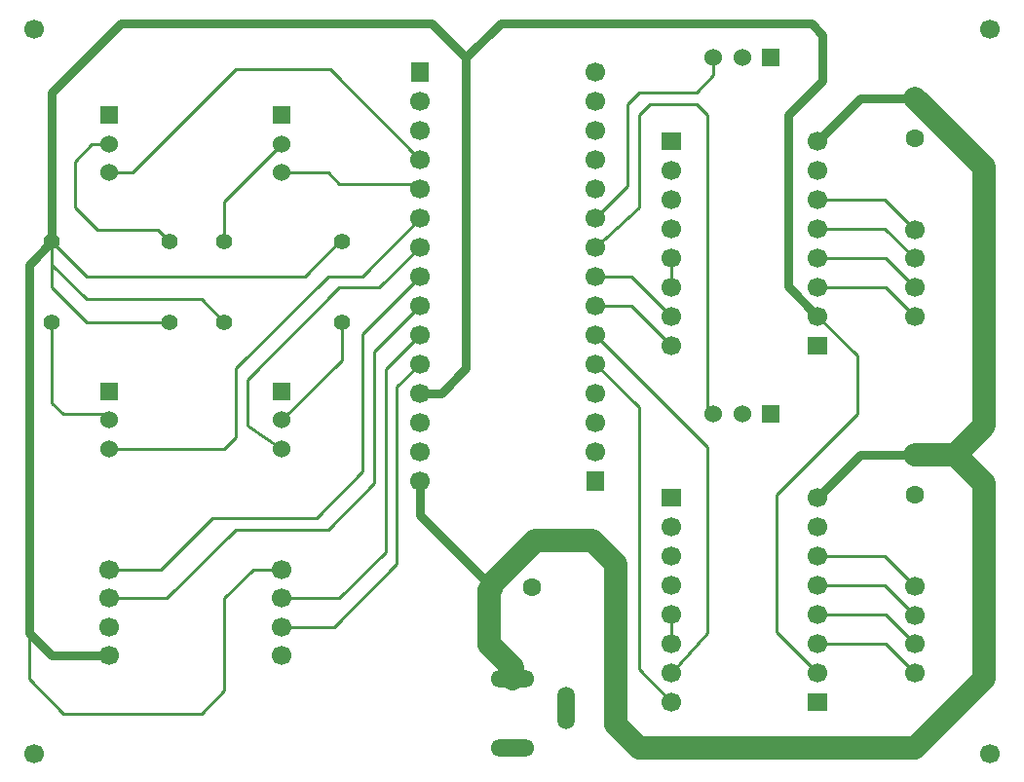
<source format=gtl>
G04 Layer: TopLayer*
G04 EasyEDA v6.5.42, 2024-04-20 17:29:38*
G04 88c8a89ba0d84e72ac533820636c5c94,79741c9dc20a42bbb4667d943d95035a,10*
G04 Gerber Generator version 0.2*
G04 Scale: 100 percent, Rotated: No, Reflected: No *
G04 Dimensions in inches *
G04 leading zeros omitted , absolute positions ,3 integer and 6 decimal *
%FSLAX36Y36*%
%MOIN*%

%ADD10C,0.0300*%
%ADD11C,0.0100*%
%ADD12C,0.0800*%
%ADD13R,0.0600X0.0600*%
%ADD14C,0.0600*%
%ADD15C,0.0630*%
%ADD16C,0.0669*%
%ADD17O,0.059054999999999996X0.145669*%
%ADD18O,0.149606X0.059054999999999996*%
%ADD19R,0.0669X0.0620*%
%ADD20R,0.0620X0.0669*%
%ADD21C,0.0551*%
%ADD22C,0.0184*%

%LPD*%
D10*
X1456700Y1371700D02*
G01*
X1529099Y1371700D01*
X1614200Y1456700D01*
X1614200Y2519699D01*
X1732299Y2637800D01*
X2795299Y2637800D01*
X2834600Y2598400D01*
X2834600Y2440900D01*
X2716499Y2322800D01*
X2716499Y1736100D01*
X2817200Y1635399D01*
D11*
X2056700Y1971700D02*
G01*
X2165399Y2080300D01*
X2165399Y2362199D01*
X2204700Y2401599D01*
X2401899Y2401599D01*
X2460799Y2460999D01*
X2460600Y2519699D01*
X118099Y551199D02*
G01*
X118099Y393699D01*
X236199Y275599D01*
X708699Y275599D01*
X787399Y354299D01*
X787399Y669299D01*
X885799Y767699D01*
X984200Y767699D01*
X2817200Y1635399D02*
G01*
X2952700Y1499899D01*
X2952700Y1299200D01*
X2677200Y1023600D01*
X2677200Y555000D01*
X2817200Y415000D01*
D10*
X3149600Y1161419D02*
G01*
X2963699Y1161419D01*
X2817240Y1014960D01*
D12*
X1702700Y708699D02*
G01*
X1702700Y718499D01*
X1850399Y866100D01*
X2047200Y866100D01*
X2126000Y787399D01*
X2126000Y236199D01*
X2204700Y157500D01*
X3149600Y157500D01*
X3385799Y393699D01*
X3385799Y1063000D01*
X3287399Y1161399D01*
X3149600Y1161399D01*
X3291000Y1160999D02*
G01*
X3385820Y1259839D01*
X3385799Y2145700D01*
X3149600Y2381900D01*
D10*
X196849Y1889760D02*
G01*
X118110Y1811019D01*
X118110Y551179D01*
X196849Y472440D01*
X393699Y472440D01*
D11*
X2817240Y714960D02*
G01*
X3046450Y714960D01*
X3149600Y611810D01*
X1456700Y1771700D02*
G01*
X1259799Y1574800D01*
X1259799Y1102300D01*
X1102399Y944899D01*
X748000Y944899D01*
X570900Y767699D01*
X393699Y767699D01*
X984200Y669299D02*
G01*
X1181099Y669299D01*
X1338599Y826799D01*
X1338599Y1453499D01*
X1456700Y1571700D01*
X984200Y570900D02*
G01*
X1161499Y570900D01*
X1377899Y787300D01*
X1377899Y1392899D01*
X1456700Y1471700D01*
D10*
X1456689Y1071649D02*
G01*
X1456689Y954720D01*
X1702749Y708659D01*
D11*
X196900Y1889800D02*
G01*
X315000Y1771700D01*
X1063000Y1771700D01*
X1181099Y1889800D01*
X1188999Y1889800D01*
X196849Y1889760D02*
G01*
X196849Y1811019D01*
X314960Y1692910D01*
X708659Y1692910D01*
X787399Y1614169D01*
X196900Y1889800D02*
G01*
X196900Y1732300D01*
X315000Y1614200D01*
X598400Y1614200D01*
D10*
X1614200Y2519699D02*
G01*
X1496059Y2637790D01*
X433099Y2637800D01*
X196900Y2401599D01*
X196900Y1889800D01*
D11*
X196849Y1614169D02*
G01*
X196849Y1338580D01*
X236219Y1299209D01*
X374009Y1299209D01*
X393699Y1279520D01*
X393699Y2224400D02*
G01*
X334639Y2224400D01*
X275590Y2165349D01*
X275590Y2007869D01*
X354329Y1929130D01*
X559059Y1929130D01*
X598429Y1889760D01*
X984250Y2224400D02*
G01*
X787399Y2027550D01*
X787399Y1889760D01*
X984250Y1279520D02*
G01*
X1188980Y1484250D01*
X1188980Y1614169D01*
X984200Y1181100D02*
G01*
X866139Y1259839D01*
X866099Y1417300D01*
X1181099Y1732300D01*
X1317299Y1732300D01*
X1456700Y1871700D01*
X393699Y1181100D02*
G01*
X787399Y1181100D01*
X826800Y1220500D01*
X826800Y1456700D01*
X1141700Y1771700D01*
X1259799Y1771700D01*
X1456700Y1971700D01*
X393699Y2125979D02*
G01*
X472440Y2125979D01*
X826769Y2480309D01*
X1148029Y2480309D01*
X1456689Y2171649D01*
X984250Y2125979D02*
G01*
X1141729Y2125979D01*
X1181099Y2086610D01*
X1441729Y2086610D01*
X1456689Y2071649D01*
X393699Y669290D02*
G01*
X590549Y669290D01*
X826769Y905509D01*
X1141729Y905509D01*
X1299210Y1062989D01*
X1299210Y1514169D01*
X1456689Y1671649D01*
X2056689Y1471649D02*
G01*
X2204719Y1323620D01*
X2204719Y427480D01*
X2317240Y314960D01*
X2056689Y1571649D02*
G01*
X2440940Y1187399D01*
X2440940Y551179D01*
X2440940Y551179D01*
X2317240Y414960D01*
X2817240Y1735430D02*
G01*
X3049600Y1735430D01*
X3149600Y1635430D01*
X2817240Y1835430D02*
G01*
X3048040Y1835430D01*
X3149610Y1733859D01*
X2817240Y1935430D02*
G01*
X3046459Y1935430D01*
X3149610Y1832280D01*
X2817240Y2035430D02*
G01*
X3044889Y2035430D01*
X3149610Y1930709D01*
X2056700Y1871700D02*
G01*
X2204719Y2007869D01*
X2204719Y2007869D01*
X2204700Y2322800D01*
X2244099Y2362199D01*
X2401599Y2362199D01*
X2440900Y2322800D01*
X2440900Y1318899D01*
X2460600Y1299200D01*
X2317240Y1835430D02*
G01*
X2317240Y1735430D01*
X2056689Y1771649D02*
G01*
X2181019Y1771649D01*
X2317240Y1635430D01*
X2056689Y1671649D02*
G01*
X2181019Y1671649D01*
X2317240Y1535430D01*
X2817240Y514960D02*
G01*
X3049600Y514960D01*
X3149600Y414960D01*
X2817240Y614960D02*
G01*
X3048029Y614960D01*
X3149600Y513389D01*
X2817240Y814960D02*
G01*
X3044880Y814960D01*
X3149600Y710239D01*
D10*
X3149600Y2381889D02*
G01*
X2963699Y2381889D01*
X2817240Y2235430D01*
D12*
X1771649Y393690D02*
G01*
X1771649Y433069D01*
X1692910Y511810D01*
X1692910Y698820D01*
X1702749Y708659D01*
D11*
X2315668Y1652910D02*
G01*
X2317241Y1651334D01*
X2315663Y1552910D02*
G01*
X2317236Y1551334D01*
X2317240Y614960D02*
G01*
X2317240Y514960D01*
D13*
G01*
X984250Y2322829D03*
D14*
G01*
X984250Y2224400D03*
G01*
X984250Y2125979D03*
D13*
G01*
X393699Y1377950D03*
D14*
G01*
X393699Y1279520D03*
G01*
X393699Y1181100D03*
D13*
G01*
X984250Y1377950D03*
D14*
G01*
X984250Y1279520D03*
G01*
X984250Y1181100D03*
D15*
G01*
X1840550Y708659D03*
G01*
X1702749Y708659D03*
G01*
X3149600Y1023620D03*
G01*
X3149600Y1161419D03*
G01*
X3149600Y2244090D03*
G01*
X3149600Y2381889D03*
D16*
G01*
X393699Y472440D03*
G01*
X393699Y570869D03*
G01*
X393699Y669290D03*
G01*
X393699Y767719D03*
G01*
X984250Y472440D03*
G01*
X984250Y570869D03*
G01*
X984250Y669290D03*
G01*
X984250Y767719D03*
G01*
X3149600Y710239D03*
G01*
X3149600Y611810D03*
G01*
X3149600Y513389D03*
G01*
X3149600Y414960D03*
G01*
X3149610Y1930709D03*
G01*
X3149610Y1832280D03*
G01*
X3149610Y1733859D03*
G01*
X3149600Y1635430D03*
D17*
G01*
X1954750Y295289D03*
D18*
G01*
X1771649Y157489D03*
G01*
X1771649Y393690D03*
D16*
G01*
X2317240Y314960D03*
G01*
X2317240Y414960D03*
G01*
X2317240Y514960D03*
G01*
X2317240Y614960D03*
G01*
X2317240Y714960D03*
G01*
X2317240Y814960D03*
G01*
X2317240Y914960D03*
D19*
G01*
X2317240Y1014960D03*
D16*
G01*
X2817240Y1014960D03*
G01*
X2817240Y914960D03*
G01*
X2817240Y814960D03*
G01*
X2817240Y714960D03*
G01*
X2817240Y614960D03*
G01*
X2817240Y514960D03*
G01*
X2817240Y414960D03*
D19*
G01*
X2817240Y314960D03*
D13*
G01*
X2657479Y1299209D03*
D14*
G01*
X2559049Y1299209D03*
G01*
X2460630Y1299209D03*
D16*
G01*
X2317240Y1535430D03*
G01*
X2317240Y1635430D03*
G01*
X2317240Y1735430D03*
G01*
X2317240Y1835430D03*
G01*
X2317240Y1935430D03*
G01*
X2317240Y2035430D03*
G01*
X2317240Y2135430D03*
D19*
G01*
X2317240Y2235430D03*
D16*
G01*
X2817240Y2235430D03*
G01*
X2817240Y2135430D03*
G01*
X2817240Y2035430D03*
G01*
X2817240Y1935430D03*
G01*
X2817240Y1835430D03*
G01*
X2817240Y1735430D03*
G01*
X2817240Y1635430D03*
D19*
G01*
X2817240Y1535430D03*
D13*
G01*
X2657479Y2519679D03*
D14*
G01*
X2559049Y2519679D03*
G01*
X2460630Y2519679D03*
D13*
G01*
X393699Y2322829D03*
D14*
G01*
X393699Y2224400D03*
G01*
X393699Y2125979D03*
D16*
G01*
X1456689Y1071649D03*
G01*
X1456689Y1171649D03*
G01*
X1456689Y1271649D03*
G01*
X1456689Y1371649D03*
G01*
X1456689Y1471649D03*
G01*
X1456689Y1571649D03*
G01*
X1456689Y1671649D03*
G01*
X1456689Y1771649D03*
G01*
X1456689Y1871649D03*
G01*
X1456689Y1971649D03*
G01*
X1456689Y2071649D03*
G01*
X1456689Y2171649D03*
G01*
X1456689Y2271649D03*
G01*
X1456689Y2371649D03*
D20*
G01*
X1456689Y2471649D03*
D16*
G01*
X2056689Y2471649D03*
G01*
X2056689Y2371649D03*
G01*
X2056689Y2271649D03*
G01*
X2056689Y2171649D03*
G01*
X2056689Y2071649D03*
G01*
X2056689Y1971649D03*
G01*
X2056689Y1871649D03*
G01*
X2056689Y1771649D03*
G01*
X2056689Y1671649D03*
G01*
X2056689Y1571649D03*
G01*
X2056689Y1471649D03*
G01*
X2056689Y1371649D03*
G01*
X2056689Y1271649D03*
G01*
X2056689Y1171649D03*
D20*
G01*
X2056689Y1071649D03*
D21*
G01*
X196849Y1889760D03*
G01*
X598429Y1889760D03*
G01*
X1188980Y1889760D03*
G01*
X787399Y1889760D03*
G01*
X598429Y1614169D03*
G01*
X196849Y1614169D03*
G01*
X787399Y1614169D03*
G01*
X1188980Y1614169D03*
D16*
G01*
X137800Y2618099D03*
G01*
X137800Y137789D03*
G01*
X3405510Y137789D03*
G01*
X3405510Y2618099D03*
M02*

</source>
